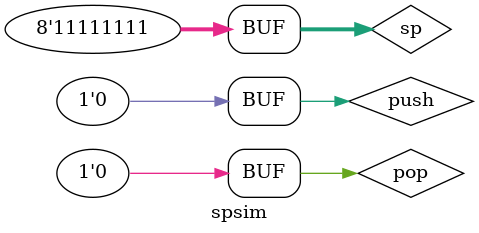
<source format=sv>
`timescale 1ns / 1ps


module spsim(

    );
    reg[7:0] sp;
    reg pop, push;
    SPControl spctrl(pop, push, sp);
    initial begin
        sp = 8'b11111111;
        pop = 0;
        push = 0;
        push = 1;
        #10;
        push=0;
        #10;
        pop =1;
        #10;
        pop=0;
    end
endmodule

</source>
